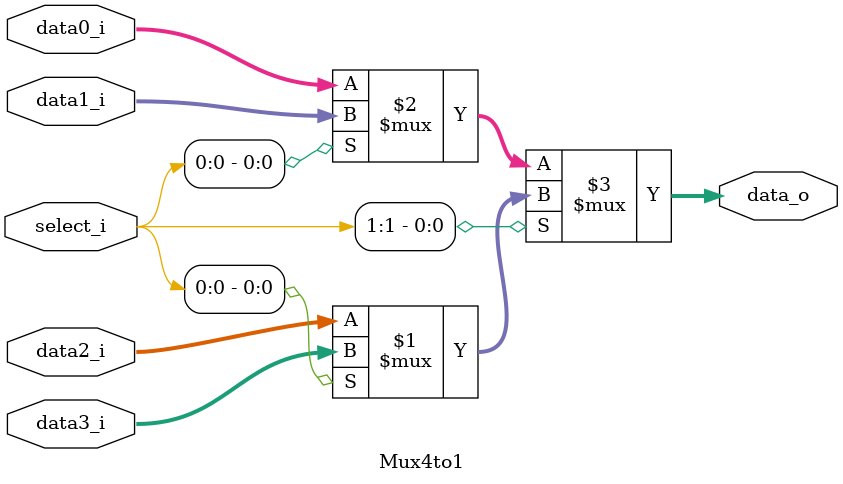
<source format=v>
module Mux4to1( data0_i, data1_i, data2_i, data3_i, select_i, data_o );

parameter size = 0;			   
			
//I/O ports               
input wire	[size-1:0] data0_i;          
input wire	[size-1:0] data1_i;
input wire	[size-1:0] data2_i;          
input wire	[size-1:0] data3_i;
input wire	[2-1:0]    select_i;
output wire	[size-1:0] data_o; 

//Main function
assign data_o = select_i[1] ? (select_i[0] ? data3_i : data2_i) : (select_i[0] ? data1_i : data0_i);

endmodule      
    
</source>
